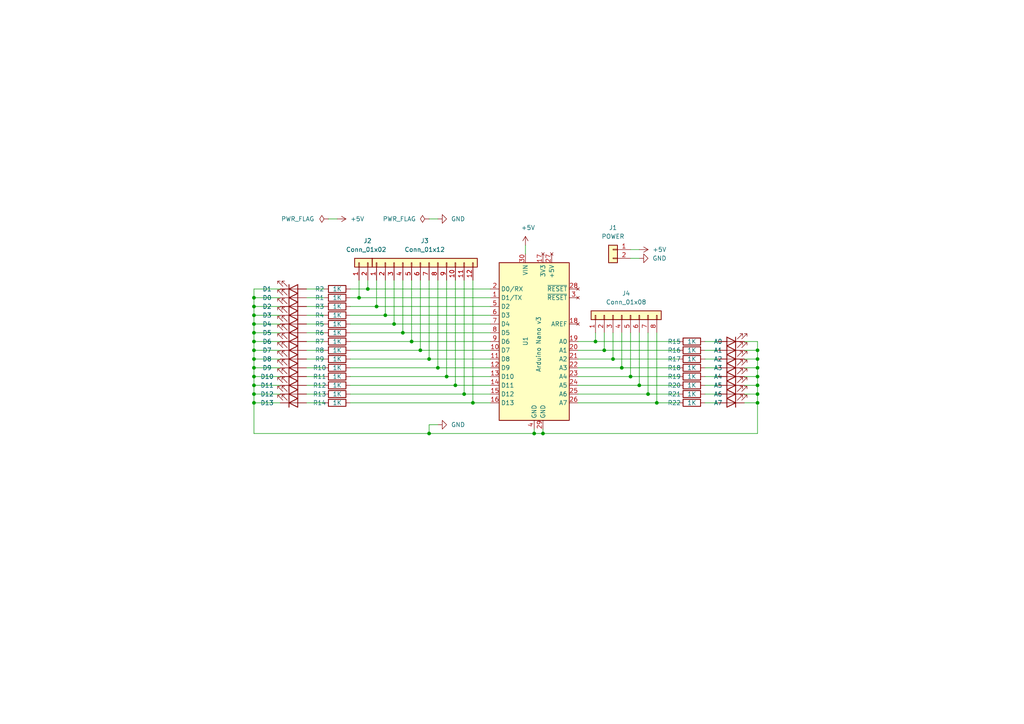
<source format=kicad_sch>
(kicad_sch (version 20211123) (generator eeschema)
  (paper "A4")
  (lib_symbols
    (symbol "Connector_Generic:Conn_01x02" (pin_names (offset 1.016) hide)
      (property "Reference" "J" (at 0 2.54 0))
      (property "Value" "Conn_01x02" (at 0 -5.08 0))
      (symbol "Conn_01x02_1_1"
        (rectangle (start -1.27 -2.413) (end 0 -2.667) (stroke (width 0.1524)))
        (rectangle (start -1.27 0.127) (end 0 -0.127) (stroke (width 0.1524)))
        (rectangle (start -1.27 1.27) (end 1.27 -3.81) (stroke (width 0.254)) (fill (type background)))
        (pin passive line (at -5.08 0 0) (length 3.81) (name "Pin_1") (number "1"))
        (pin passive line (at -5.08 -2.54 0) (length 3.81) (name "Pin_2") (number "2"))
      )
    )
    (symbol "Connector_Generic:Conn_01x08" (pin_names (offset 1.016) hide)
      (property "Reference" "J" (at 0 10.16 0))
      (property "Value" "Conn_01x08" (at 0 -12.7 0))
      (symbol "Conn_01x08_1_1"
        (rectangle (start -1.27 -10.033) (end 0 -10.287) (stroke (width 0.1524)))
        (rectangle (start -1.27 -7.493) (end 0 -7.747) (stroke (width 0.1524)))
        (rectangle (start -1.27 -4.953) (end 0 -5.207) (stroke (width 0.1524)))
        (rectangle (start -1.27 -2.413) (end 0 -2.667) (stroke (width 0.1524)))
        (rectangle (start -1.27 0.127) (end 0 -0.127) (stroke (width 0.1524)))
        (rectangle (start -1.27 2.667) (end 0 2.413) (stroke (width 0.1524)))
        (rectangle (start -1.27 5.207) (end 0 4.953) (stroke (width 0.1524)))
        (rectangle (start -1.27 7.747) (end 0 7.493) (stroke (width 0.1524)))
        (rectangle (start -1.27 8.89) (end 1.27 -11.43) (stroke (width 0.254)) (fill (type background)))
        (pin passive line (at -5.08 7.62 0) (length 3.81) (name "Pin_1") (number "1"))
        (pin passive line (at -5.08 5.08 0) (length 3.81) (name "Pin_2") (number "2"))
        (pin passive line (at -5.08 2.54 0) (length 3.81) (name "Pin_3") (number "3"))
        (pin passive line (at -5.08 0 0) (length 3.81) (name "Pin_4") (number "4"))
        (pin passive line (at -5.08 -2.54 0) (length 3.81) (name "Pin_5") (number "5"))
        (pin passive line (at -5.08 -5.08 0) (length 3.81) (name "Pin_6") (number "6"))
        (pin passive line (at -5.08 -7.62 0) (length 3.81) (name "Pin_7") (number "7"))
        (pin passive line (at -5.08 -10.16 0) (length 3.81) (name "Pin_8") (number "8"))
      )
    )
    (symbol "Connector_Generic:Conn_01x12" (pin_names (offset 1.016) hide)
      (property "Reference" "J" (at 0 15.24 0))
      (property "Value" "Conn_01x12" (at 0 -17.78 0))
      (symbol "Conn_01x12_1_1"
        (rectangle (start -1.27 -15.113) (end 0 -15.367) (stroke (width 0.1524)))
        (rectangle (start -1.27 -12.573) (end 0 -12.827) (stroke (width 0.1524)))
        (rectangle (start -1.27 -10.033) (end 0 -10.287) (stroke (width 0.1524)))
        (rectangle (start -1.27 -7.493) (end 0 -7.747) (stroke (width 0.1524)))
        (rectangle (start -1.27 -4.953) (end 0 -5.207) (stroke (width 0.1524)))
        (rectangle (start -1.27 -2.413) (end 0 -2.667) (stroke (width 0.1524)))
        (rectangle (start -1.27 0.127) (end 0 -0.127) (stroke (width 0.1524)))
        (rectangle (start -1.27 2.667) (end 0 2.413) (stroke (width 0.1524)))
        (rectangle (start -1.27 5.207) (end 0 4.953) (stroke (width 0.1524)))
        (rectangle (start -1.27 7.747) (end 0 7.493) (stroke (width 0.1524)))
        (rectangle (start -1.27 10.287) (end 0 10.033) (stroke (width 0.1524)))
        (rectangle (start -1.27 12.827) (end 0 12.573) (stroke (width 0.1524)))
        (rectangle (start -1.27 13.97) (end 1.27 -16.51) (stroke (width 0.254)) (fill (type background)))
        (pin passive line (at -5.08 12.7 0) (length 3.81) (name "Pin_1") (number "1"))
        (pin passive line (at -5.08 -10.16 0) (length 3.81) (name "Pin_10") (number "10"))
        (pin passive line (at -5.08 -12.7 0) (length 3.81) (name "Pin_11") (number "11"))
        (pin passive line (at -5.08 -15.24 0) (length 3.81) (name "Pin_12") (number "12"))
        (pin passive line (at -5.08 10.16 0) (length 3.81) (name "Pin_2") (number "2"))
        (pin passive line (at -5.08 7.62 0) (length 3.81) (name "Pin_3") (number "3"))
        (pin passive line (at -5.08 5.08 0) (length 3.81) (name "Pin_4") (number "4"))
        (pin passive line (at -5.08 2.54 0) (length 3.81) (name "Pin_5") (number "5"))
        (pin passive line (at -5.08 0 0) (length 3.81) (name "Pin_6") (number "6"))
        (pin passive line (at -5.08 -2.54 0) (length 3.81) (name "Pin_7") (number "7"))
        (pin passive line (at -5.08 -5.08 0) (length 3.81) (name "Pin_8") (number "8"))
        (pin passive line (at -5.08 -7.62 0) (length 3.81) (name "Pin_9") (number "9"))
      )
    )
    (symbol "Device:LED" (pin_numbers hide) (pin_names (offset 1.016) hide)
      (property "Reference" "D" (at 0 2.54 0))
      (property "Value" "LED" (at 0 -2.54 0))
      (symbol "LED_0_1"
        (polyline (pts (xy -1.27 -1.27) (xy -1.27 1.27)) (stroke (width 0.254)))
        (polyline (pts (xy -1.27 0) (xy 1.27 0)))
        (polyline (pts (xy 1.27 -1.27) (xy 1.27 1.27) (xy -1.27 0) (xy 1.27 -1.27)) (stroke (width 0.254)))
        (polyline (pts (xy -3.048 -0.762) (xy -4.572 -2.286) (xy -3.81 -2.286) (xy -4.572 -2.286) (xy -4.572 -1.524)))
        (polyline (pts (xy -1.778 -0.762) (xy -3.302 -2.286) (xy -2.54 -2.286) (xy -3.302 -2.286) (xy -3.302 -1.524)))
      )
      (symbol "LED_1_1"
        (pin passive line (at -3.81 0 0) (length 2.54) (name "K") (number "1"))
        (pin passive line (at 3.81 0 180) (length 2.54) (name "A") (number "2"))
      )
    )
    (symbol "Device:R" (pin_numbers hide) (pin_names (offset 0))
      (property "Reference" "R" (at 2.032 0 90))
      (property "Value" "R" (at 0 0 90))
      (symbol "R_0_1"
        (rectangle (start -1.016 -2.54) (end 1.016 2.54) (stroke (width 0.254)))
      )
      (symbol "R_1_1"
        (pin passive line (at 0 3.81 270) (length 1.27) (name "~") (number "1"))
        (pin passive line (at 0 -3.81 90) (length 1.27) (name "~") (number "2"))
      )
    )
    (symbol "MCU_Module:Arduino_Nano_v3.x"
      (property "Reference" "U1" (at -2.54 -1.27 90))
      (property "Value" "Arduino Nano v3" (at 1.27 -8.89 90))
      (symbol "Arduino_Nano_v3.x_0_1"
        (rectangle (start -10.16 22.86) (end 10.16 -22.86) (stroke (width 0.254)) (fill (type background)))
      )
      (symbol "Arduino_Nano_v3.x_1_1"
        (pin bidirectional line (at -12.7 12.7 0) (length 2.54) (name "D1/TX") (number "1"))
        (pin bidirectional line (at -12.7 -2.54 0) (length 2.54) (name "D7") (number "10"))
        (pin bidirectional line (at -12.7 -5.08 0) (length 2.54) (name "D8") (number "11"))
        (pin bidirectional line (at -12.7 -7.62 0) (length 2.54) (name "D9") (number "12"))
        (pin bidirectional line (at -12.7 -10.16 0) (length 2.54) (name "D10") (number "13"))
        (pin bidirectional line (at -12.7 -12.7 0) (length 2.54) (name "D11") (number "14"))
        (pin bidirectional line (at -12.7 -15.24 0) (length 2.54) (name "D12") (number "15"))
        (pin bidirectional line (at -12.7 -17.78 0) (length 2.54) (name "D13") (number "16"))
        (pin no_connect line (at 2.54 25.4 270) (length 2.54) (name "3V3") (number "17"))
        (pin no_connect line (at 12.7 5.08 180) (length 2.54) (name "AREF") (number "18"))
        (pin bidirectional line (at 12.7 0 180) (length 2.54) (name "A0") (number "19"))
        (pin bidirectional line (at -12.7 15.24 0) (length 2.54) (name "D0/RX") (number "2"))
        (pin bidirectional line (at 12.7 -2.54 180) (length 2.54) (name "A1") (number "20"))
        (pin bidirectional line (at 12.7 -5.08 180) (length 2.54) (name "A2") (number "21"))
        (pin bidirectional line (at 12.7 -7.62 180) (length 2.54) (name "A3") (number "22"))
        (pin bidirectional line (at 12.7 -10.16 180) (length 2.54) (name "A4") (number "23"))
        (pin bidirectional line (at 12.7 -12.7 180) (length 2.54) (name "A5") (number "24"))
        (pin bidirectional line (at 12.7 -15.24 180) (length 2.54) (name "A6") (number "25"))
        (pin bidirectional line (at 12.7 -17.78 180) (length 2.54) (name "A7") (number "26"))
        (pin no_connect line (at 5.08 25.4 270) (length 2.54) (name "+5V") (number "27"))
        (pin no_connect line (at 12.7 15.24 180) (length 2.54) (name "~{RESET}") (number "28"))
        (pin power_in line (at 2.54 -25.4 90) (length 2.54) (name "GND") (number "29"))
        (pin no_connect line (at 12.7 12.7 180) (length 2.54) (name "~{RESET}") (number "3"))
        (pin power_in line (at -2.54 25.4 270) (length 2.54) (name "VIN") (number "30"))
        (pin power_in line (at 0 -25.4 90) (length 2.54) (name "GND") (number "4"))
        (pin bidirectional line (at -12.7 10.16 0) (length 2.54) (name "D2") (number "5"))
        (pin bidirectional line (at -12.7 7.62 0) (length 2.54) (name "D3") (number "6"))
        (pin bidirectional line (at -12.7 5.08 0) (length 2.54) (name "D4") (number "7"))
        (pin bidirectional line (at -12.7 2.54 0) (length 2.54) (name "D5") (number "8"))
        (pin bidirectional line (at -12.7 0 0) (length 2.54) (name "D6") (number "9"))
      )
    )
    (symbol "power:+5V" (power) (pin_names (offset 0))
      (property "Value" "+5V" (at 0 3.556 0))
      (symbol "+5V_0_1"
        (polyline (pts (xy -0.762 1.27) (xy 0 2.54)))
        (polyline (pts (xy 0 0) (xy 0 2.54)))
        (polyline (pts (xy 0 2.54) (xy 0.762 1.27)))
      )
      (symbol "+5V_1_1"
        (pin power_in line (at 0 0 90) (length 0) hide (name "+5V") (number "1"))
      )
    )
    (symbol "power:GND" (power) (pin_names (offset 0))
      (property "Value" "GND" (at 0 -3.81 0))
      (symbol "GND_0_1"
        (polyline (pts (xy 0 0) (xy 0 -1.27) (xy 1.27 -1.27) (xy 0 -2.54) (xy -1.27 -1.27) (xy 0 -1.27)))
      )
      (symbol "GND_1_1"
        (pin power_in line (at 0 0 270) (length 0) hide (name "GND") (number "1"))
      )
    )
    (symbol "power:PWR_FLAG" (power) (pin_numbers hide) (pin_names (offset 0) hide)
      (property "Value" "PWR_FLAG" (at 0 3.81 0))
      (symbol "PWR_FLAG_0_0"
        (pin power_out line (at 0 0 90) (length 0) (name "pwr") (number "1"))
      )
      (symbol "PWR_FLAG_0_1"
        (polyline (pts (xy 0 0) (xy 0 1.27) (xy -1.016 1.905) (xy 0 2.54) (xy 1.016 1.905) (xy 0 1.27)))
      )
    )
  )
  (junction (at 127 106.68))
  (junction (at 182.88 109.22))
  (junction (at 154.94 125.73))
  (junction (at 109.22 88.9))
  (junction (at 124.46 125.73))
  (junction (at 73.66 88.9))
  (junction (at 137.16 116.84))
  (junction (at 73.66 99.06))
  (junction (at 124.46 104.14))
  (junction (at 157.48 125.73))
  (junction (at 134.62 114.3))
  (junction (at 172.72 99.06))
  (junction (at 187.96 114.3))
  (junction (at 219.71 104.14))
  (junction (at 116.84 96.52))
  (junction (at 73.66 96.52))
  (junction (at 219.71 116.84))
  (junction (at 219.71 111.76))
  (junction (at 190.5 116.84))
  (junction (at 73.66 91.44))
  (junction (at 219.71 106.68))
  (junction (at 129.54 109.22))
  (junction (at 175.26 101.6))
  (junction (at 119.38 99.06))
  (junction (at 219.71 109.22))
  (junction (at 185.42 111.76))
  (junction (at 111.76 91.44))
  (junction (at 73.66 109.22))
  (junction (at 73.66 93.98))
  (junction (at 73.66 114.3))
  (junction (at 114.3 93.98))
  (junction (at 219.71 101.6))
  (junction (at 73.66 86.36))
  (junction (at 73.66 106.68))
  (junction (at 104.14 86.36))
  (junction (at 180.34 106.68))
  (junction (at 73.66 116.84))
  (junction (at 106.68 83.82))
  (junction (at 219.71 114.3))
  (junction (at 132.08 111.76))
  (junction (at 73.66 101.6))
  (junction (at 121.92 101.6))
  (junction (at 73.66 104.14))
  (junction (at 177.8 104.14))
  (junction (at 73.66 111.76))
  (wire (pts (xy 81.28 109.22) (xy 73.66 109.22)))
  (wire (pts (xy 167.64 109.22) (xy 182.88 109.22)))
  (wire (pts (xy 93.98 96.52) (xy 88.9 96.52)))
  (wire (pts (xy 142.24 114.3) (xy 134.62 114.3)))
  (wire (pts (xy 111.76 91.44) (xy 101.6 91.44)))
  (wire (pts (xy 219.71 99.06) (xy 219.71 101.6)))
  (wire (pts (xy 175.26 96.52) (xy 175.26 101.6)))
  (wire (pts (xy 204.47 106.68) (xy 208.28 106.68)))
  (wire (pts (xy 190.5 116.84) (xy 196.85 116.84)))
  (wire (pts (xy 142.24 104.14) (xy 124.46 104.14)))
  (wire (pts (xy 167.64 111.76) (xy 185.42 111.76)))
  (wire (pts (xy 114.3 81.28) (xy 114.3 93.98)))
  (wire (pts (xy 137.16 116.84) (xy 101.6 116.84)))
  (wire (pts (xy 142.24 91.44) (xy 111.76 91.44)))
  (wire (pts (xy 182.88 109.22) (xy 196.85 109.22)))
  (wire (pts (xy 93.98 101.6) (xy 88.9 101.6)))
  (wire (pts (xy 127 81.28) (xy 127 106.68)))
  (wire (pts (xy 219.71 104.14) (xy 219.71 106.68)))
  (wire (pts (xy 215.9 116.84) (xy 219.71 116.84)))
  (wire (pts (xy 132.08 81.28) (xy 132.08 111.76)))
  (wire (pts (xy 142.24 93.98) (xy 114.3 93.98)))
  (wire (pts (xy 219.71 106.68) (xy 219.71 109.22)))
  (wire (pts (xy 73.66 91.44) (xy 73.66 93.98)))
  (wire (pts (xy 81.28 114.3) (xy 73.66 114.3)))
  (wire (pts (xy 124.46 123.19) (xy 124.46 125.73)))
  (wire (pts (xy 177.8 96.52) (xy 177.8 104.14)))
  (wire (pts (xy 81.28 93.98) (xy 73.66 93.98)))
  (wire (pts (xy 129.54 81.28) (xy 129.54 109.22)))
  (wire (pts (xy 187.96 114.3) (xy 196.85 114.3)))
  (wire (pts (xy 81.28 106.68) (xy 73.66 106.68)))
  (wire (pts (xy 180.34 96.52) (xy 180.34 106.68)))
  (wire (pts (xy 109.22 81.28) (xy 109.22 88.9)))
  (wire (pts (xy 119.38 81.28) (xy 119.38 99.06)))
  (wire (pts (xy 127 123.19) (xy 124.46 123.19)))
  (wire (pts (xy 215.9 114.3) (xy 219.71 114.3)))
  (wire (pts (xy 215.9 104.14) (xy 219.71 104.14)))
  (wire (pts (xy 190.5 96.52) (xy 190.5 116.84)))
  (wire (pts (xy 167.64 104.14) (xy 177.8 104.14)))
  (wire (pts (xy 73.66 125.73) (xy 124.46 125.73)))
  (wire (pts (xy 154.94 125.73) (xy 157.48 125.73)))
  (wire (pts (xy 142.24 116.84) (xy 137.16 116.84)))
  (wire (pts (xy 134.62 114.3) (xy 101.6 114.3)))
  (wire (pts (xy 142.24 106.68) (xy 127 106.68)))
  (wire (pts (xy 93.98 109.22) (xy 88.9 109.22)))
  (wire (pts (xy 109.22 88.9) (xy 142.24 88.9)))
  (wire (pts (xy 106.68 83.82) (xy 142.24 83.82)))
  (wire (pts (xy 204.47 99.06) (xy 208.28 99.06)))
  (wire (pts (xy 204.47 104.14) (xy 208.28 104.14)))
  (wire (pts (xy 101.6 88.9) (xy 109.22 88.9)))
  (wire (pts (xy 142.24 111.76) (xy 132.08 111.76)))
  (wire (pts (xy 73.66 83.82) (xy 73.66 86.36)))
  (wire (pts (xy 93.98 106.68) (xy 88.9 106.68)))
  (wire (pts (xy 81.28 83.82) (xy 73.66 83.82)))
  (wire (pts (xy 219.71 114.3) (xy 219.71 116.84)))
  (wire (pts (xy 93.98 99.06) (xy 88.9 99.06)))
  (wire (pts (xy 114.3 93.98) (xy 101.6 93.98)))
  (wire (pts (xy 142.24 96.52) (xy 116.84 96.52)))
  (wire (pts (xy 182.88 74.93) (xy 185.42 74.93)))
  (wire (pts (xy 204.47 116.84) (xy 208.28 116.84)))
  (wire (pts (xy 219.71 109.22) (xy 219.71 111.76)))
  (wire (pts (xy 81.28 111.76) (xy 73.66 111.76)))
  (wire (pts (xy 219.71 116.84) (xy 219.71 125.73)))
  (wire (pts (xy 187.96 96.52) (xy 187.96 114.3)))
  (wire (pts (xy 81.28 99.06) (xy 73.66 99.06)))
  (wire (pts (xy 172.72 96.52) (xy 172.72 99.06)))
  (wire (pts (xy 73.66 101.6) (xy 73.66 104.14)))
  (wire (pts (xy 95.25 63.5) (xy 97.79 63.5)))
  (wire (pts (xy 204.47 114.3) (xy 208.28 114.3)))
  (wire (pts (xy 81.28 96.52) (xy 73.66 96.52)))
  (wire (pts (xy 93.98 116.84) (xy 88.9 116.84)))
  (wire (pts (xy 81.28 88.9) (xy 73.66 88.9)))
  (wire (pts (xy 154.94 124.46) (xy 154.94 125.73)))
  (wire (pts (xy 152.4 71.12) (xy 152.4 73.66)))
  (wire (pts (xy 175.26 101.6) (xy 196.85 101.6)))
  (wire (pts (xy 73.66 104.14) (xy 73.66 106.68)))
  (wire (pts (xy 177.8 104.14) (xy 196.85 104.14)))
  (wire (pts (xy 73.66 106.68) (xy 73.66 109.22)))
  (wire (pts (xy 129.54 109.22) (xy 101.6 109.22)))
  (wire (pts (xy 157.48 125.73) (xy 219.71 125.73)))
  (wire (pts (xy 73.66 93.98) (xy 73.66 96.52)))
  (wire (pts (xy 124.46 81.28) (xy 124.46 104.14)))
  (wire (pts (xy 142.24 99.06) (xy 119.38 99.06)))
  (wire (pts (xy 93.98 93.98) (xy 88.9 93.98)))
  (wire (pts (xy 119.38 99.06) (xy 101.6 99.06)))
  (wire (pts (xy 111.76 81.28) (xy 111.76 91.44)))
  (wire (pts (xy 101.6 83.82) (xy 106.68 83.82)))
  (wire (pts (xy 101.6 86.36) (xy 104.14 86.36)))
  (wire (pts (xy 106.68 81.28) (xy 106.68 83.82)))
  (wire (pts (xy 73.66 111.76) (xy 73.66 114.3)))
  (wire (pts (xy 93.98 111.76) (xy 88.9 111.76)))
  (wire (pts (xy 73.66 86.36) (xy 73.66 88.9)))
  (wire (pts (xy 93.98 88.9) (xy 88.9 88.9)))
  (wire (pts (xy 157.48 124.46) (xy 157.48 125.73)))
  (wire (pts (xy 219.71 111.76) (xy 219.71 114.3)))
  (wire (pts (xy 124.46 63.5) (xy 127 63.5)))
  (wire (pts (xy 93.98 104.14) (xy 88.9 104.14)))
  (wire (pts (xy 167.64 99.06) (xy 172.72 99.06)))
  (wire (pts (xy 180.34 106.68) (xy 196.85 106.68)))
  (wire (pts (xy 116.84 96.52) (xy 101.6 96.52)))
  (wire (pts (xy 93.98 114.3) (xy 88.9 114.3)))
  (wire (pts (xy 124.46 125.73) (xy 154.94 125.73)))
  (wire (pts (xy 104.14 86.36) (xy 142.24 86.36)))
  (wire (pts (xy 73.66 99.06) (xy 73.66 101.6)))
  (wire (pts (xy 81.28 101.6) (xy 73.66 101.6)))
  (wire (pts (xy 121.92 101.6) (xy 101.6 101.6)))
  (wire (pts (xy 73.66 116.84) (xy 73.66 125.73)))
  (wire (pts (xy 142.24 109.22) (xy 129.54 109.22)))
  (wire (pts (xy 81.28 116.84) (xy 73.66 116.84)))
  (wire (pts (xy 204.47 101.6) (xy 208.28 101.6)))
  (wire (pts (xy 204.47 111.76) (xy 208.28 111.76)))
  (wire (pts (xy 73.66 109.22) (xy 73.66 111.76)))
  (wire (pts (xy 81.28 104.14) (xy 73.66 104.14)))
  (wire (pts (xy 81.28 91.44) (xy 73.66 91.44)))
  (wire (pts (xy 137.16 81.28) (xy 137.16 116.84)))
  (wire (pts (xy 73.66 96.52) (xy 73.66 99.06)))
  (wire (pts (xy 204.47 109.22) (xy 208.28 109.22)))
  (wire (pts (xy 167.64 101.6) (xy 175.26 101.6)))
  (wire (pts (xy 219.71 101.6) (xy 219.71 104.14)))
  (wire (pts (xy 215.9 111.76) (xy 219.71 111.76)))
  (wire (pts (xy 93.98 83.82) (xy 88.9 83.82)))
  (wire (pts (xy 93.98 91.44) (xy 88.9 91.44)))
  (wire (pts (xy 73.66 88.9) (xy 73.66 91.44)))
  (wire (pts (xy 215.9 106.68) (xy 219.71 106.68)))
  (wire (pts (xy 132.08 111.76) (xy 101.6 111.76)))
  (wire (pts (xy 172.72 99.06) (xy 196.85 99.06)))
  (wire (pts (xy 124.46 104.14) (xy 101.6 104.14)))
  (wire (pts (xy 185.42 111.76) (xy 196.85 111.76)))
  (wire (pts (xy 116.84 81.28) (xy 116.84 96.52)))
  (wire (pts (xy 167.64 106.68) (xy 180.34 106.68)))
  (wire (pts (xy 134.62 81.28) (xy 134.62 114.3)))
  (wire (pts (xy 182.88 96.52) (xy 182.88 109.22)))
  (wire (pts (xy 142.24 101.6) (xy 121.92 101.6)))
  (wire (pts (xy 215.9 101.6) (xy 219.71 101.6)))
  (wire (pts (xy 127 106.68) (xy 101.6 106.68)))
  (wire (pts (xy 167.64 116.84) (xy 190.5 116.84)))
  (wire (pts (xy 215.9 109.22) (xy 219.71 109.22)))
  (wire (pts (xy 182.88 72.39) (xy 185.42 72.39)))
  (wire (pts (xy 93.98 86.36) (xy 88.9 86.36)))
  (wire (pts (xy 185.42 96.52) (xy 185.42 111.76)))
  (wire (pts (xy 81.28 86.36) (xy 73.66 86.36)))
  (wire (pts (xy 215.9 99.06) (xy 219.71 99.06)))
  (wire (pts (xy 104.14 81.28) (xy 104.14 86.36)))
  (wire (pts (xy 167.64 114.3) (xy 187.96 114.3)))
  (wire (pts (xy 73.66 114.3) (xy 73.66 116.84)))
  (wire (pts (xy 121.92 81.28) (xy 121.92 101.6)))
  (symbol (lib_id "Device:LED") (at 85.09 114.3 0) (mirror x) (unit 1)
    (property "Reference" "D12" (at 77.47 114.3 0))
    (property "Value" "LED" (effects hide))
    (property "Footprint" "LED_THT:LED_D3.0mm" (effects hide))
  )
  (symbol (lib_id "Device:R") (at 200.66 99.06 90) (unit 1)
    (property "Reference" "R15" (at 195.58 99.06 90))
    (property "Value" "1K" (at 200.66 99.06 90))
    (property "Footprint" "Resistor_THT:R_Axial_DIN0207_L6.3mm_D2.5mm_P7.62mm_Horizontal" (effects hide))
  )
  (symbol (lib_id "Device:R") (at 97.79 96.52 270) (unit 1)
    (property "Reference" "R6" (at 92.71 96.52 90))
    (property "Value" "1K" (at 97.79 96.52 90))
    (property "Footprint" "Resistor_THT:R_Axial_DIN0207_L6.3mm_D2.5mm_P7.62mm_Horizontal" (effects hide))
  )
  (symbol (lib_id "Device:R") (at 200.66 104.14 90) (unit 1)
    (property "Reference" "R17" (at 195.58 104.14 90))
    (property "Value" "1K" (at 200.66 104.14 90))
    (property "Footprint" "Resistor_THT:R_Axial_DIN0207_L6.3mm_D2.5mm_P7.62mm_Horizontal" (effects hide))
  )
  (symbol (lib_id "Device:LED") (at 85.09 101.6 0) (mirror x) (unit 1)
    (property "Reference" "D7" (at 77.47 101.6 0))
    (property "Value" "LED" (effects hide))
    (property "Footprint" "LED_THT:LED_D3.0mm" (effects hide))
  )
  (symbol (lib_id "Device:R") (at 97.79 99.06 270) (unit 1)
    (property "Reference" "R7" (at 92.71 99.06 90))
    (property "Value" "1K" (at 97.79 99.06 90))
    (property "Footprint" "Resistor_THT:R_Axial_DIN0207_L6.3mm_D2.5mm_P7.62mm_Horizontal" (effects hide))
  )
  (symbol (lib_id "Device:LED") (at 212.09 104.14 180) (unit 1)
    (property "Reference" "A2" (at 208.28 104.14 0))
    (property "Value" "LED" (effects hide))
    (property "Footprint" "LED_THT:LED_D3.0mm" (effects hide))
  )
  (symbol (lib_id "Device:LED") (at 212.09 116.84 180) (unit 1)
    (property "Reference" "A7" (at 208.28 116.84 0))
    (property "Value" "LED" (effects hide))
    (property "Footprint" "LED_THT:LED_D3.0mm" (effects hide))
  )
  (symbol (lib_id "Device:R") (at 97.79 101.6 270) (unit 1)
    (property "Reference" "R8" (at 92.71 101.6 90))
    (property "Value" "1K" (at 97.79 101.6 90))
    (property "Footprint" "Resistor_THT:R_Axial_DIN0207_L6.3mm_D2.5mm_P7.62mm_Horizontal" (effects hide))
  )
  (symbol (lib_id "Device:R") (at 97.79 93.98 270) (unit 1)
    (property "Reference" "R5" (at 92.71 93.98 90))
    (property "Value" "1K" (at 97.79 93.98 90))
    (property "Footprint" "Resistor_THT:R_Axial_DIN0207_L6.3mm_D2.5mm_P7.62mm_Horizontal" (effects hide))
  )
  (symbol (lib_id "Device:R") (at 97.79 91.44 270) (unit 1)
    (property "Reference" "R4" (at 92.71 91.44 90))
    (property "Value" "1K" (at 97.79 91.44 90))
    (property "Footprint" "Resistor_THT:R_Axial_DIN0207_L6.3mm_D2.5mm_P7.62mm_Horizontal" (effects hide))
  )
  (symbol (lib_id "Device:R") (at 97.79 106.68 270) (unit 1)
    (property "Reference" "R10" (at 92.71 106.68 90))
    (property "Value" "1K" (at 97.79 106.68 90))
    (property "Footprint" "Resistor_THT:R_Axial_DIN0207_L6.3mm_D2.5mm_P7.62mm_Horizontal" (effects hide))
  )
  (symbol (lib_id "Device:LED") (at 212.09 99.06 180) (unit 1)
    (property "Reference" "A0" (at 208.28 99.06 0))
    (property "Value" "LED" (effects hide))
    (property "Footprint" "LED_THT:LED_D3.0mm" (effects hide))
  )
  (symbol (lib_id "power:PWR_FLAG") (at 124.46 63.5 90) (unit 1)
    (property "Reference" "#FLG02" (effects hide))
    (property "Value" "PWR_FLAG" (at 120.65 63.5 90) (effects (justify left)))
  )
  (symbol (lib_id "Device:LED") (at 85.09 116.84 0) (mirror x) (unit 1)
    (property "Reference" "D13" (at 77.47 116.84 0))
    (property "Value" "LED" (effects hide))
    (property "Footprint" "LED_THT:LED_D3.0mm" (effects hide))
  )
  (symbol (lib_id "Device:R") (at 200.66 116.84 90) (unit 1)
    (property "Reference" "R22" (at 195.58 116.84 90))
    (property "Value" "1K" (at 200.66 116.84 90))
    (property "Footprint" "Resistor_THT:R_Axial_DIN0207_L6.3mm_D2.5mm_P7.62mm_Horizontal" (effects hide))
  )
  (symbol (lib_id "power:+5V") (at 185.42 72.39 270) (unit 1)
    (property "Reference" "#PWR0101" (effects hide))
    (property "Value" "+5V" (at 189.23 72.39 90) (effects (justify left)))
  )
  (symbol (lib_id "Device:R") (at 97.79 83.82 270) (unit 1)
    (property "Reference" "R2" (at 92.71 83.82 90))
    (property "Value" "1K" (at 97.79 83.82 90))
    (property "Footprint" "Resistor_THT:R_Axial_DIN0207_L6.3mm_D2.5mm_P7.62mm_Horizontal" (effects hide))
  )
  (symbol (lib_id "power:+5V") (at 152.4 71.12 0) (unit 1)
    (property "Reference" "#PWR03" (effects hide))
    (property "Value" "+5V" (at 151.13 66.04 0) (effects (justify left)))
  )
  (symbol (lib_id "power:GND") (at 185.42 74.93 90) (unit 1)
    (property "Reference" "#PWR0102" (effects hide))
    (property "Value" "GND" (at 189.23 74.93 90) (effects (justify right)))
  )
  (symbol (lib_id "Connector_Generic:Conn_01x02") (at 177.8 72.39 0) (mirror y) (unit 1)
    (property "Reference" "J1" (at 177.8 66.04 0))
    (property "Value" "POWER" (at 177.8 68.58 0))
    (property "Footprint" "Connector_PinHeader_2.54mm:PinHeader_1x02_P2.54mm_Horizontal" (effects hide))
  )
  (symbol (lib_id "Device:R") (at 97.79 114.3 270) (unit 1)
    (property "Reference" "R13" (at 92.71 114.3 90))
    (property "Value" "1K" (at 97.79 114.3 90))
    (property "Footprint" "Resistor_THT:R_Axial_DIN0207_L6.3mm_D2.5mm_P7.62mm_Horizontal" (effects hide))
  )
  (symbol (lib_id "Device:LED") (at 85.09 86.36 0) (mirror x) (unit 1)
    (property "Reference" "D0" (at 77.47 86.36 0))
    (property "Value" "LED" (effects hide))
    (property "Footprint" "LED_THT:LED_D3.0mm" (effects hide))
  )
  (symbol (lib_id "Connector_Generic:Conn_01x02") (at 104.14 76.2 90) (unit 1)
    (property "Reference" "J2" (at 105.41 69.85 90) (effects (justify right)))
    (property "Value" "Conn_01x02" (at 100.33 72.39 90) (effects (justify right)))
    (property "Footprint" "Connector_PinSocket_2.54mm:PinSocket_1x02_P2.54mm_Vertical" (effects hide))
  )
  (symbol (lib_id "power:GND") (at 127 63.5 90) (unit 1)
    (property "Reference" "#PWR02" (effects hide))
    (property "Value" "GND" (at 130.81 63.5 90) (effects (justify right)))
  )
  (symbol (lib_id "Device:R") (at 97.79 111.76 270) (unit 1)
    (property "Reference" "R12" (at 92.71 111.76 90))
    (property "Value" "1K" (at 97.79 111.76 90))
    (property "Footprint" "Resistor_THT:R_Axial_DIN0207_L6.3mm_D2.5mm_P7.62mm_Horizontal" (effects hide))
  )
  (symbol (lib_id "power:+5V") (at 97.79 63.5 270) (unit 1)
    (property "Reference" "#PWR01" (effects hide))
    (property "Value" "+5V" (at 101.6 63.5 90) (effects (justify left)))
  )
  (symbol (lib_id "power:GND") (at 127 123.19 90) (unit 1)
    (property "Reference" "#PWR04" (effects hide))
    (property "Value" "GND" (at 130.81 123.1899 90) (effects (justify right)))
  )
  (symbol (lib_id "Device:R") (at 200.66 101.6 90) (unit 1)
    (property "Reference" "R16" (at 195.58 101.6 90))
    (property "Value" "1K" (at 200.66 101.6 90))
    (property "Footprint" "Resistor_THT:R_Axial_DIN0207_L6.3mm_D2.5mm_P7.62mm_Horizontal" (effects hide))
  )
  (symbol (lib_id "Device:LED") (at 85.09 93.98 0) (mirror x) (unit 1)
    (property "Reference" "D4" (at 77.47 93.98 0))
    (property "Value" "LED" (effects hide))
    (property "Footprint" "LED_THT:LED_D3.0mm" (effects hide))
  )
  (symbol (lib_id "Device:LED") (at 85.09 83.82 0) (mirror x) (unit 1)
    (property "Reference" "D1" (at 77.47 83.82 0))
    (property "Value" "LED" (effects hide))
    (property "Footprint" "LED_THT:LED_D3.0mm" (effects hide))
  )
  (symbol (lib_id "Device:R") (at 97.79 88.9 270) (unit 1)
    (property "Reference" "R3" (at 92.71 88.9 90))
    (property "Value" "1K" (at 97.79 88.9 90))
    (property "Footprint" "Resistor_THT:R_Axial_DIN0207_L6.3mm_D2.5mm_P7.62mm_Horizontal" (effects hide))
  )
  (symbol (lib_id "Device:R") (at 97.79 104.14 270) (unit 1)
    (property "Reference" "R9" (at 92.71 104.14 90))
    (property "Value" "1K" (at 97.79 104.14 90))
    (property "Footprint" "Resistor_THT:R_Axial_DIN0207_L6.3mm_D2.5mm_P7.62mm_Horizontal" (effects hide))
  )
  (symbol (lib_id "Device:LED") (at 85.09 88.9 0) (mirror x) (unit 1)
    (property "Reference" "D2" (at 77.47 88.9 0))
    (property "Value" "LED" (effects hide))
    (property "Footprint" "LED_THT:LED_D3.0mm" (effects hide))
  )
  (symbol (lib_id "Device:R") (at 200.66 114.3 90) (unit 1)
    (property "Reference" "R21" (at 195.58 114.3 90))
    (property "Value" "1K" (at 200.66 114.3 90))
    (property "Footprint" "Resistor_THT:R_Axial_DIN0207_L6.3mm_D2.5mm_P7.62mm_Horizontal" (effects hide))
  )
  (symbol (lib_id "Device:LED") (at 212.09 109.22 180) (unit 1)
    (property "Reference" "A4" (at 208.28 109.22 0))
    (property "Value" "LED" (effects hide))
    (property "Footprint" "LED_THT:LED_D3.0mm" (effects hide))
  )
  (symbol (lib_id "Device:LED") (at 85.09 109.22 0) (mirror x) (unit 1)
    (property "Reference" "D10" (at 77.47 109.22 0))
    (property "Value" "LED" (effects hide))
    (property "Footprint" "LED_THT:LED_D3.0mm" (effects hide))
  )
  (symbol (lib_id "Device:LED") (at 212.09 106.68 180) (unit 1)
    (property "Reference" "A3" (at 208.28 106.68 0))
    (property "Value" "LED" (effects hide))
    (property "Footprint" "LED_THT:LED_D3.0mm" (effects hide))
  )
  (symbol (lib_id "MCU_Module:Arduino_Nano_v3.x") (at 154.94 99.06 0) (unit 1)
    (property "Reference" "U1" (at 152.4 100.33 90) (effects (justify left)))
    (property "Value" "Arduino Nano v3" (at 156.21 107.95 90) (effects (justify left)))
    (property "Footprint" "Module:Arduino_Nano" (effects hide))
    (property "Datasheet" "http://www.mouser.com/pdfdocs/Gravitech_Arduino_Nano3_0.pdf" (effects hide))
  )
  (symbol (lib_id "Device:R") (at 200.66 109.22 90) (unit 1)
    (property "Reference" "R19" (at 195.58 109.22 90))
    (property "Value" "1K" (at 200.66 109.22 90))
    (property "Footprint" "Resistor_THT:R_Axial_DIN0207_L6.3mm_D2.5mm_P7.62mm_Horizontal" (effects hide))
  )
  (symbol (lib_id "power:PWR_FLAG") (at 95.25 63.5 90) (unit 1)
    (property "Reference" "#FLG01" (effects hide))
    (property "Value" "PWR_FLAG" (at 86.36 63.5 90))
  )
  (symbol (lib_id "Device:R") (at 97.79 116.84 270) (unit 1)
    (property "Reference" "R14" (at 92.71 116.84 90))
    (property "Value" "1K" (at 97.79 116.84 90))
    (property "Footprint" "Resistor_THT:R_Axial_DIN0207_L6.3mm_D2.5mm_P7.62mm_Horizontal" (effects hide))
  )
  (symbol (lib_id "Device:R") (at 200.66 111.76 90) (unit 1)
    (property "Reference" "R20" (at 195.58 111.76 90))
    (property "Value" "1K" (at 200.66 111.76 90))
    (property "Footprint" "Resistor_THT:R_Axial_DIN0207_L6.3mm_D2.5mm_P7.62mm_Horizontal" (effects hide))
  )
  (symbol (lib_id "Connector_Generic:Conn_01x08") (at 180.34 91.44 90) (unit 1)
    (property "Reference" "J4" (at 181.61 85.09 90))
    (property "Value" "Conn_01x08" (at 181.61 87.63 90))
    (property "Footprint" "Connector_PinSocket_2.54mm:PinSocket_1x08_P2.54mm_Vertical" (effects hide))
  )
  (symbol (lib_id "Device:LED") (at 212.09 114.3 180) (unit 1)
    (property "Reference" "A6" (at 208.28 114.3 0))
    (property "Value" "LED" (effects hide))
    (property "Footprint" "LED_THT:LED_D3.0mm" (effects hide))
  )
  (symbol (lib_id "Device:LED") (at 85.09 106.68 0) (mirror x) (unit 1)
    (property "Reference" "D9" (at 77.47 106.68 0))
    (property "Value" "LED" (effects hide))
    (property "Footprint" "LED_THT:LED_D3.0mm" (effects hide))
  )
  (symbol (lib_id "Device:R") (at 97.79 86.36 270) (unit 1)
    (property "Reference" "R1" (at 92.71 86.36 90))
    (property "Value" "1K" (at 97.79 86.36 90))
    (property "Footprint" "Resistor_THT:R_Axial_DIN0207_L6.3mm_D2.5mm_P7.62mm_Horizontal" (effects hide))
  )
  (symbol (lib_id "Device:LED") (at 85.09 111.76 0) (mirror x) (unit 1)
    (property "Reference" "D11" (at 77.47 111.76 0))
    (property "Value" "LED" (effects hide))
    (property "Footprint" "LED_THT:LED_D3.0mm" (effects hide))
  )
  (symbol (lib_id "Device:LED") (at 85.09 96.52 0) (mirror x) (unit 1)
    (property "Reference" "D5" (at 77.47 96.52 0))
    (property "Value" "LED" (effects hide))
    (property "Footprint" "LED_THT:LED_D3.0mm" (effects hide))
  )
  (symbol (lib_id "Device:LED") (at 85.09 104.14 0) (mirror x) (unit 1)
    (property "Reference" "D8" (at 77.47 104.14 0))
    (property "Value" "LED" (effects hide))
    (property "Footprint" "LED_THT:LED_D3.0mm" (effects hide))
  )
  (symbol (lib_id "Device:LED") (at 212.09 111.76 180) (unit 1)
    (property "Reference" "A5" (at 208.28 111.76 0))
    (property "Value" "LED" (effects hide))
    (property "Footprint" "LED_THT:LED_D3.0mm" (effects hide))
  )
  (symbol (lib_id "Device:R") (at 97.79 109.22 270) (unit 1)
    (property "Reference" "R11" (at 92.71 109.22 90))
    (property "Value" "1K" (at 97.79 109.22 90))
    (property "Footprint" "Resistor_THT:R_Axial_DIN0207_L6.3mm_D2.5mm_P7.62mm_Horizontal" (effects hide))
  )
  (symbol (lib_id "Device:LED") (at 85.09 91.44 0) (mirror x) (unit 1)
    (property "Reference" "D3" (at 77.47 91.44 0))
    (property "Value" "LED" (effects hide))
    (property "Footprint" "LED_THT:LED_D3.0mm" (effects hide))
  )
  (symbol (lib_id "Connector_Generic:Conn_01x12") (at 121.92 76.2 90) (unit 1)
    (property "Reference" "J3" (at 123.19 69.85 90))
    (property "Value" "Conn_01x12" (at 123.19 72.39 90))
    (property "Footprint" "Connector_PinSocket_2.54mm:PinSocket_1x12_P2.54mm_Vertical" (effects hide))
  )
  (symbol (lib_id "Device:LED") (at 85.09 99.06 0) (mirror x) (unit 1)
    (property "Reference" "D6" (at 77.47 99.06 0))
    (property "Value" "LED" (effects hide))
    (property "Footprint" "LED_THT:LED_D3.0mm" (effects hide))
  )
  (symbol (lib_id "Device:LED") (at 212.09 101.6 180) (unit 1)
    (property "Reference" "A1" (at 208.28 101.6 0))
    (property "Value" "LED" (effects hide))
    (property "Footprint" "LED_THT:LED_D3.0mm" (effects hide))
  )
  (symbol (lib_id "Device:R") (at 200.66 106.68 90) (unit 1)
    (property "Reference" "R18" (at 195.58 106.68 90))
    (property "Value" "1K" (at 200.66 106.68 90))
    (property "Footprint" "Resistor_THT:R_Axial_DIN0207_L6.3mm_D2.5mm_P7.62mm_Horizontal" (effects hide))
  )
)
</source>
